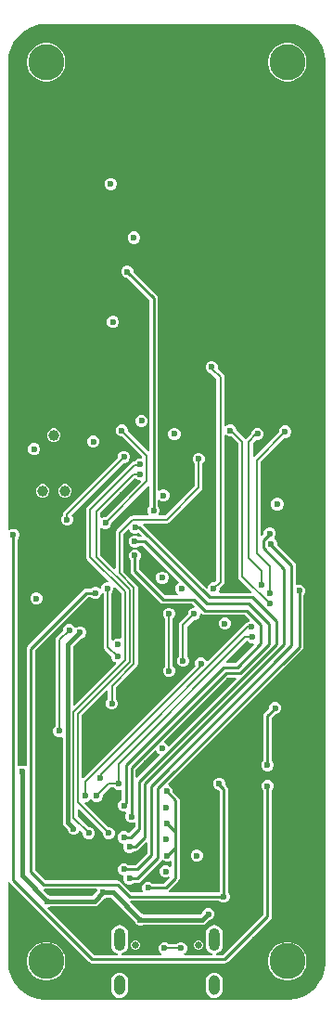
<source format=gbr>
%TF.GenerationSoftware,Altium Limited,Altium Designer,24.3.1 (35)*%
G04 Layer_Physical_Order=4*
G04 Layer_Color=16711680*
%FSLAX45Y45*%
%MOMM*%
%TF.SameCoordinates,F890BB90-1D0F-4F84-9AE3-556F965AF49A*%
%TF.FilePolarity,Positive*%
%TF.FileFunction,Copper,L4,Bot,Signal*%
%TF.Part,Single*%
G01*
G75*
%TA.AperFunction,Conductor*%
%ADD44C,0.20000*%
%ADD45C,0.25000*%
%ADD46C,0.40000*%
%TA.AperFunction,WasherPad*%
%ADD48C,3.30000*%
%TA.AperFunction,ComponentPad*%
%ADD49C,0.65000*%
G04:AMPARAMS|DCode=50|XSize=1mm|YSize=2.1mm|CornerRadius=0.5mm|HoleSize=0mm|Usage=FLASHONLY|Rotation=0.000|XOffset=0mm|YOffset=0mm|HoleType=Round|Shape=RoundedRectangle|*
%AMROUNDEDRECTD50*
21,1,1.00000,1.10000,0,0,0.0*
21,1,0.00000,2.10000,0,0,0.0*
1,1,1.00000,0.00000,-0.55000*
1,1,1.00000,0.00000,-0.55000*
1,1,1.00000,0.00000,0.55000*
1,1,1.00000,0.00000,0.55000*
%
%ADD50ROUNDEDRECTD50*%
G04:AMPARAMS|DCode=51|XSize=1mm|YSize=1.8mm|CornerRadius=0.5mm|HoleSize=0mm|Usage=FLASHONLY|Rotation=0.000|XOffset=0mm|YOffset=0mm|HoleType=Round|Shape=RoundedRectangle|*
%AMROUNDEDRECTD51*
21,1,1.00000,0.80000,0,0,0.0*
21,1,0.00000,1.80000,0,0,0.0*
1,1,1.00000,0.00000,-0.40000*
1,1,1.00000,0.00000,-0.40000*
1,1,1.00000,0.00000,0.40000*
1,1,1.00000,0.00000,0.40000*
%
%ADD51ROUNDEDRECTD51*%
%ADD52C,1.00000*%
%TA.AperFunction,ViaPad*%
%ADD53C,0.60000*%
G36*
X6863219Y10796189D02*
X6883580Y10787755D01*
X6898751D01*
X6904012Y10775055D01*
X6584356Y10455400D01*
X6568980D01*
X6548619Y10446966D01*
X6547827Y10446174D01*
X6536093Y10451034D01*
Y10490028D01*
X6849551Y10803485D01*
X6855923D01*
X6863219Y10796189D01*
D02*
G37*
G36*
X6981358Y10733720D02*
Y10549705D01*
X6973034Y10541382D01*
X6964600Y10521020D01*
Y10498980D01*
X6973034Y10478619D01*
X6973826Y10477827D01*
X6968965Y10466094D01*
X6831044D01*
X6817232Y10463346D01*
X6805522Y10455522D01*
X6684478Y10334478D01*
X6676654Y10322769D01*
X6673907Y10308956D01*
Y9983731D01*
X6662173Y9978871D01*
X6536093Y10104951D01*
Y10348966D01*
X6547827Y10353826D01*
X6548619Y10353034D01*
X6568980Y10344600D01*
X6591020D01*
X6611381Y10353034D01*
X6626966Y10368619D01*
X6635400Y10388980D01*
Y10404356D01*
X6969624Y10738581D01*
X6981358Y10733720D01*
D02*
G37*
G36*
X6801600Y10334579D02*
X6804801Y10326852D01*
X6820385Y10311268D01*
X6840747Y10302834D01*
X6862786D01*
X6883148Y10311268D01*
X6883515Y10311635D01*
X6913529Y10281620D01*
X6908669Y10269887D01*
X6888460D01*
X6881381Y10276966D01*
X6861020Y10285400D01*
X6838980D01*
X6818619Y10276966D01*
X6803034Y10261382D01*
X6794600Y10241020D01*
Y10218980D01*
X6803034Y10198619D01*
X6818619Y10183034D01*
X6838980Y10174600D01*
X6861020D01*
X6881381Y10183034D01*
X6890950Y10192602D01*
X6922749D01*
X7253262Y9862090D01*
X7250784Y9849634D01*
X7243106Y9846453D01*
X7227522Y9830869D01*
X7219088Y9810507D01*
Y9788468D01*
X7227522Y9768106D01*
X7243106Y9752522D01*
X7245953Y9751342D01*
X7243427Y9738642D01*
X7126006D01*
X6888642Y9976006D01*
Y10060295D01*
X6896966Y10068619D01*
X6905400Y10088980D01*
Y10111020D01*
X6896966Y10131382D01*
X6881381Y10146966D01*
X6861020Y10155400D01*
X6838980D01*
X6818619Y10146966D01*
X6803034Y10131382D01*
X6794600Y10111020D01*
Y10088980D01*
X6803034Y10068619D01*
X6811358Y10060295D01*
Y9960000D01*
X6814299Y9945212D01*
X6822676Y9932676D01*
X7082676Y9672676D01*
X7095212Y9664299D01*
X7110000Y9661358D01*
X7373994D01*
X7397252Y9638100D01*
X7391991Y9625400D01*
X7378980D01*
X7358619Y9616966D01*
X7343034Y9601381D01*
X7334600Y9581020D01*
Y9565644D01*
X7264478Y9495522D01*
X7256654Y9483812D01*
X7253906Y9470000D01*
Y9182254D01*
X7243034Y9171381D01*
X7234600Y9151020D01*
Y9128980D01*
X7243034Y9108619D01*
X7258618Y9093034D01*
X7278980Y9084600D01*
X7301020D01*
X7321381Y9093034D01*
X7336966Y9108619D01*
X7345400Y9128980D01*
Y9151020D01*
X7336966Y9171381D01*
X7326093Y9182254D01*
Y9455049D01*
X7385644Y9514600D01*
X7401020D01*
X7421381Y9523034D01*
X7436966Y9538618D01*
X7445400Y9558980D01*
Y9571991D01*
X7458100Y9577252D01*
X7462676Y9572676D01*
X7475212Y9564299D01*
X7490000Y9561358D01*
X7490001Y9561358D01*
X7851815D01*
X7897092Y9516081D01*
X7894112Y9501100D01*
X7884710Y9497206D01*
X7872248Y9484744D01*
X7866428Y9483586D01*
X7854718Y9475762D01*
X7516378Y9137422D01*
X7503922Y9139899D01*
X7500721Y9147626D01*
X7485137Y9163211D01*
X7464775Y9171645D01*
X7442735D01*
X7422374Y9163211D01*
X7406789Y9147626D01*
X7398355Y9127264D01*
Y9105225D01*
X7402991Y9094034D01*
X6378793Y8069837D01*
X6366093Y8075098D01*
Y8645050D01*
X6592173Y8871129D01*
X6603907Y8866269D01*
Y8792254D01*
X6593034Y8781381D01*
X6584600Y8761020D01*
Y8738980D01*
X6593034Y8718619D01*
X6608618Y8703034D01*
X6628980Y8694600D01*
X6651020D01*
X6671381Y8703034D01*
X6686966Y8718619D01*
X6695400Y8738980D01*
Y8761020D01*
X6686966Y8781381D01*
X6676093Y8792254D01*
Y8895050D01*
X6865522Y9084478D01*
X6873346Y9096188D01*
X6876093Y9110000D01*
Y9810000D01*
X6873346Y9823812D01*
X6865522Y9835522D01*
X6746093Y9954950D01*
Y10294006D01*
X6789144Y10337057D01*
X6801600Y10334579D01*
D02*
G37*
G36*
X7688619Y11193034D02*
X7708980Y11184600D01*
X7731020D01*
X7731398Y11184757D01*
X7793907Y11122248D01*
Y9909173D01*
X7796654Y9895361D01*
X7804478Y9883651D01*
X7916787Y9771342D01*
X7911526Y9758642D01*
X7623583D01*
X7618094Y9771343D01*
X7625400Y9788980D01*
Y9804356D01*
X7655522Y9834478D01*
X7663346Y9846188D01*
X7666094Y9860000D01*
X7666093Y9860001D01*
Y11197599D01*
X7678793Y11202859D01*
X7688619Y11193034D01*
D02*
G37*
G36*
X6563907Y9752766D02*
Y9270000D01*
X6566654Y9256188D01*
X6574478Y9244478D01*
X6634600Y9184356D01*
Y9168980D01*
X6643034Y9148618D01*
X6658619Y9133034D01*
X6673051Y9127056D01*
X6676823Y9112867D01*
X6298023Y8734067D01*
X6286289Y8738927D01*
Y9270826D01*
X6360063Y9344600D01*
X6361020D01*
X6381381Y9353034D01*
X6396966Y9368619D01*
X6405400Y9388980D01*
Y9411020D01*
X6396966Y9431381D01*
X6381381Y9446966D01*
X6361020Y9455400D01*
X6338980D01*
X6318619Y9446966D01*
X6312683Y9441030D01*
X6300227Y9443508D01*
X6296966Y9451381D01*
X6281381Y9466966D01*
X6261020Y9475400D01*
X6238980D01*
X6218618Y9466966D01*
X6203034Y9451381D01*
X6194600Y9431020D01*
Y9415644D01*
X6134478Y9355522D01*
X6126654Y9343812D01*
X6123907Y9330000D01*
Y8542254D01*
X6113034Y8531381D01*
X6104600Y8511020D01*
Y8488980D01*
X6113034Y8468619D01*
X6128619Y8453034D01*
X6148980Y8444600D01*
X6171020D01*
X6181010Y8448738D01*
X6193710Y8440252D01*
Y7665413D01*
X6193710Y7665412D01*
X6197234Y7647698D01*
X6207268Y7632680D01*
X6234600Y7605349D01*
Y7598980D01*
X6243034Y7578619D01*
X6258619Y7563034D01*
X6278980Y7554600D01*
X6301020D01*
X6321382Y7563034D01*
X6336966Y7578619D01*
X6341480Y7589516D01*
X6356461Y7592496D01*
X6374600Y7574356D01*
Y7558980D01*
X6383034Y7538619D01*
X6398619Y7523034D01*
X6418980Y7514600D01*
X6441020D01*
X6461382Y7523034D01*
X6476966Y7538619D01*
X6485400Y7558980D01*
Y7581020D01*
X6476966Y7601382D01*
X6461382Y7616966D01*
X6441020Y7625400D01*
X6425644D01*
X6326094Y7724951D01*
Y7786269D01*
X6337827Y7791129D01*
X6554600Y7574356D01*
Y7558980D01*
X6563034Y7538619D01*
X6578619Y7523034D01*
X6598980Y7514600D01*
X6621020D01*
X6641381Y7523034D01*
X6656966Y7538619D01*
X6665400Y7558980D01*
Y7581020D01*
X6656966Y7601382D01*
X6641381Y7616966D01*
X6621020Y7625400D01*
X6605644D01*
X6389144Y7841900D01*
X6394405Y7854600D01*
X6411020D01*
X6431381Y7863034D01*
X6441703Y7873356D01*
X6450000Y7877209D01*
X6458297Y7873356D01*
X6468619Y7863034D01*
X6488980Y7854600D01*
X6511020D01*
X6531381Y7863034D01*
X6546966Y7878618D01*
X6555400Y7898980D01*
Y7914356D01*
X6624950Y7983907D01*
X6657746D01*
X6668619Y7973034D01*
X6688980Y7964600D01*
X6711020D01*
X6720798Y7968650D01*
X6731358Y7961594D01*
Y7872243D01*
X6718619Y7866966D01*
X6703034Y7851382D01*
X6694600Y7831020D01*
Y7808980D01*
X6703034Y7788619D01*
X6718619Y7773034D01*
X6738980Y7764600D01*
X6761019D01*
X6772930Y7755787D01*
X6773334Y7751681D01*
X6773034Y7751382D01*
X6764600Y7731020D01*
Y7708980D01*
X6773034Y7688619D01*
X6788619Y7673034D01*
X6808980Y7664600D01*
X6831020D01*
X6840798Y7668650D01*
X6851358Y7661595D01*
Y7623517D01*
X6796483Y7568642D01*
X6789705D01*
X6781381Y7576966D01*
X6761020Y7585400D01*
X6738980D01*
X6718619Y7576966D01*
X6703034Y7561382D01*
X6694600Y7541020D01*
Y7518980D01*
X6703034Y7498619D01*
X6718619Y7483034D01*
X6738980Y7474600D01*
X6741089D01*
X6748145Y7464040D01*
X6744600Y7455482D01*
Y7433442D01*
X6753034Y7413080D01*
X6768619Y7397496D01*
X6788980Y7389062D01*
X6811020D01*
X6831382Y7397496D01*
X6839705Y7405820D01*
X6854462D01*
X6869250Y7408761D01*
X6881786Y7417138D01*
X6949624Y7484976D01*
X6961358Y7480116D01*
Y7386006D01*
X6855468Y7280117D01*
X6788230D01*
X6781381Y7286966D01*
X6761020Y7295400D01*
X6738980D01*
X6718619Y7286966D01*
X6703034Y7271381D01*
X6694600Y7251020D01*
Y7228980D01*
X6703034Y7208619D01*
X6718619Y7193034D01*
X6738980Y7184600D01*
X6741089D01*
X6748145Y7174040D01*
X6744600Y7165481D01*
Y7143442D01*
X6753034Y7123080D01*
X6768619Y7107496D01*
X6788980Y7099062D01*
X6811020D01*
X6831382Y7107496D01*
X6839705Y7115819D01*
X6874462D01*
X6889250Y7118761D01*
X6901786Y7127137D01*
X7087324Y7312676D01*
X7092809Y7320884D01*
X7105576Y7323766D01*
X7108283Y7323369D01*
X7113618Y7318034D01*
X7133980Y7309600D01*
X7156020D01*
X7168657Y7314835D01*
X7181358Y7306417D01*
Y7264950D01*
X7168658Y7259690D01*
X7161381Y7266966D01*
X7141020Y7275400D01*
X7118980D01*
X7098619Y7266966D01*
X7083034Y7251381D01*
X7074600Y7231020D01*
Y7208980D01*
X7083034Y7188619D01*
X7098619Y7173034D01*
X7118980Y7164600D01*
X7141020D01*
X7161381Y7173034D01*
X7168729Y7163378D01*
X7113994Y7108642D01*
X7009705D01*
X7001381Y7116966D01*
X6981020Y7125400D01*
X6958980D01*
X6938619Y7116966D01*
X6923034Y7101382D01*
X6914600Y7081020D01*
Y7058980D01*
X6921906Y7041343D01*
X6916417Y7028642D01*
X6816006D01*
X6717324Y7127324D01*
X6704788Y7135701D01*
X6690000Y7138642D01*
X6036006D01*
X5938642Y7236007D01*
Y9233993D01*
X6426006Y9721358D01*
X6450295D01*
X6458619Y9713034D01*
X6478980Y9704600D01*
X6501020D01*
X6521381Y9713034D01*
X6536966Y9728619D01*
X6545400Y9748980D01*
Y9750891D01*
X6558100Y9757185D01*
X6563907Y9752766D01*
D02*
G37*
G36*
X6723907Y9755050D02*
Y9349666D01*
X6711206Y9341180D01*
X6701020Y9345400D01*
X6678980D01*
X6658619Y9336966D01*
X6648793Y9327141D01*
X6636093Y9332401D01*
Y9757746D01*
X6646966Y9768619D01*
X6655400Y9788980D01*
Y9805596D01*
X6668100Y9810856D01*
X6723907Y9755050D01*
D02*
G37*
G36*
X7889863Y9311789D02*
X7910225Y9303355D01*
X7930746D01*
X7933846Y9299414D01*
X7936973Y9291622D01*
X7766406Y9121055D01*
X7688692D01*
X7683832Y9132788D01*
X7872524Y9321480D01*
X7880172D01*
X7889863Y9311789D01*
D02*
G37*
G36*
X7775376Y8977525D02*
X7160322Y8362471D01*
X7147866Y8364948D01*
X7143953Y8374394D01*
X7128369Y8389978D01*
X7120021Y8393436D01*
X7117041Y8408417D01*
X7697881Y8989258D01*
X7770516D01*
X7775376Y8977525D01*
D02*
G37*
G36*
X7046564Y8319979D02*
X7050022Y8311631D01*
X7065606Y8296047D01*
X7075052Y8292134D01*
X7077529Y8279678D01*
X6871342Y8073491D01*
X6858642Y8078752D01*
Y8150019D01*
X7031583Y8322959D01*
X7046564Y8319979D01*
D02*
G37*
G36*
X6508650Y7050798D02*
X6504600Y7041020D01*
Y7040063D01*
X6460826Y6996290D01*
X6082058D01*
X6081382Y6996966D01*
X6061020Y7005400D01*
X6060063D01*
X6016324Y7049140D01*
X6018518Y7056431D01*
X6022066Y7061358D01*
X6501595D01*
X6508650Y7050798D01*
D02*
G37*
G36*
X8240000Y14949020D02*
X8262876D01*
X8308237Y14943050D01*
X8352429Y14931207D01*
X8394699Y14913699D01*
X8434323Y14890823D01*
X8470620Y14862971D01*
X8502971Y14830620D01*
X8530823Y14794324D01*
X8553699Y14754700D01*
X8571208Y14712430D01*
X8583049Y14668237D01*
X8589021Y14622874D01*
X8589022Y14600000D01*
X8589021Y6400000D01*
Y6377124D01*
X8583049Y6331762D01*
X8571208Y6287571D01*
X8553699Y6245301D01*
X8530823Y6205677D01*
X8502971Y6169380D01*
X8470620Y6137029D01*
X8434323Y6109177D01*
X8394699Y6086300D01*
X8352430Y6068792D01*
X8308237Y6056950D01*
X8262876Y6050979D01*
X8240000Y6050978D01*
X6040000Y6050979D01*
X6017124D01*
X5971762Y6056950D01*
X5927571Y6068791D01*
X5885301Y6086301D01*
X5845677Y6109177D01*
X5809380Y6137029D01*
X5777029Y6169380D01*
X5749177Y6205677D01*
X5726300Y6245301D01*
X5708791Y6287570D01*
X5696950Y6331762D01*
X5690978Y6377124D01*
X5690978Y6400000D01*
Y7127084D01*
X5703678Y7128335D01*
X5704299Y7125213D01*
X5712676Y7112676D01*
X6432676Y6392676D01*
X6445212Y6384299D01*
X6460000Y6381358D01*
X7670000D01*
X7684788Y6384299D01*
X7697324Y6392676D01*
X8087324Y6782676D01*
X8095701Y6795212D01*
X8098642Y6810000D01*
X8098642Y6810001D01*
Y7960295D01*
X8106966Y7968619D01*
X8115400Y7988980D01*
Y8011020D01*
X8106966Y8031381D01*
X8091381Y8046966D01*
X8071020Y8055400D01*
X8048980D01*
X8028618Y8046966D01*
X8013034Y8031381D01*
X8004600Y8011020D01*
Y7988980D01*
X8013034Y7968619D01*
X8021358Y7960295D01*
Y6826006D01*
X7653994Y6458642D01*
X7593011D01*
X7592179Y6471342D01*
X7593683Y6471541D01*
X7612025Y6479138D01*
X7627776Y6491224D01*
X7639862Y6506975D01*
X7647459Y6525316D01*
X7650050Y6545000D01*
Y6655000D01*
X7647459Y6674684D01*
X7639862Y6693025D01*
X7627776Y6708776D01*
X7612025Y6720862D01*
X7593683Y6728459D01*
X7574000Y6731051D01*
X7554316Y6728459D01*
X7535975Y6720862D01*
X7520224Y6708776D01*
X7508138Y6693025D01*
X7500540Y6674684D01*
X7497949Y6655000D01*
Y6545000D01*
X7500540Y6525316D01*
X7508138Y6506975D01*
X7520224Y6491224D01*
X7535975Y6479138D01*
X7554316Y6471541D01*
X7555821Y6471342D01*
X7554989Y6458642D01*
X7299824D01*
X7297298Y6471342D01*
X7301381Y6473034D01*
X7316966Y6488618D01*
X7325400Y6508980D01*
Y6531020D01*
X7316966Y6551381D01*
X7301381Y6566966D01*
X7281020Y6575400D01*
X7258980D01*
X7238618Y6566966D01*
X7227746Y6556093D01*
X7162254D01*
X7151381Y6566966D01*
X7131020Y6575400D01*
X7108980D01*
X7088619Y6566966D01*
X7073034Y6551381D01*
X7064600Y6531020D01*
Y6508980D01*
X7073034Y6488618D01*
X7088619Y6473034D01*
X7092702Y6471342D01*
X7090176Y6458642D01*
X6729011D01*
X6728179Y6471342D01*
X6729684Y6471541D01*
X6748025Y6479138D01*
X6763776Y6491224D01*
X6775862Y6506975D01*
X6783459Y6525316D01*
X6786051Y6545000D01*
Y6655000D01*
X6783459Y6674684D01*
X6775862Y6693025D01*
X6763776Y6708776D01*
X6748025Y6720862D01*
X6729684Y6728459D01*
X6710000Y6731051D01*
X6690317Y6728459D01*
X6671975Y6720862D01*
X6656224Y6708776D01*
X6644138Y6693025D01*
X6636541Y6674684D01*
X6633949Y6655000D01*
Y6545000D01*
X6636541Y6525316D01*
X6644138Y6506975D01*
X6656224Y6491224D01*
X6671975Y6479138D01*
X6690317Y6471541D01*
X6691821Y6471342D01*
X6690989Y6458642D01*
X6476007D01*
X6051782Y6882867D01*
X6056642Y6894600D01*
X6061020D01*
X6081382Y6903034D01*
X6082058Y6903711D01*
X6479999D01*
X6480000Y6903710D01*
X6497714Y6907234D01*
X6512732Y6917268D01*
X6570063Y6974600D01*
X6571020D01*
X6591382Y6983034D01*
X6592058Y6983710D01*
X6630826D01*
X6844600Y6769937D01*
Y6768980D01*
X6853034Y6748618D01*
X6868618Y6733034D01*
X6888980Y6724600D01*
X6911020D01*
X6931381Y6733034D01*
X6932058Y6733710D01*
X7464587D01*
X7464588Y6733710D01*
X7482302Y6737234D01*
X7497320Y6747268D01*
X7524651Y6774600D01*
X7531020D01*
X7551381Y6783034D01*
X7566966Y6798619D01*
X7575400Y6818980D01*
Y6841020D01*
X7566966Y6861382D01*
X7551381Y6876966D01*
X7531020Y6885400D01*
X7508980D01*
X7488618Y6876966D01*
X7473034Y6861382D01*
X7467751Y6848626D01*
X7445414Y6826289D01*
X6932058D01*
X6931381Y6826966D01*
X6911020Y6835400D01*
X6910063D01*
X6806806Y6938658D01*
X6812066Y6951358D01*
X7620295D01*
X7628618Y6943034D01*
X7648980Y6934600D01*
X7671020D01*
X7691381Y6943034D01*
X7706966Y6958619D01*
X7715400Y6978980D01*
Y7001020D01*
X7706966Y7021381D01*
X7698642Y7029705D01*
Y7970529D01*
X7695701Y7985317D01*
X7687324Y7997853D01*
X7687323Y7997854D01*
X7675400Y8009777D01*
Y8031020D01*
X7666966Y8051381D01*
X7651381Y8066966D01*
X7631020Y8075400D01*
X7608980D01*
X7588619Y8066966D01*
X7573034Y8051381D01*
X7564600Y8031020D01*
Y8008980D01*
X7573034Y7988619D01*
X7588619Y7973034D01*
X7608980Y7964600D01*
X7611280D01*
X7621358Y7954523D01*
Y7029705D01*
X7620295Y7028642D01*
X7159181D01*
X7155329Y7041342D01*
X7157324Y7042676D01*
X7247324Y7132675D01*
X7247324Y7132676D01*
X7255701Y7145213D01*
X7258643Y7160000D01*
X7258642Y7160001D01*
Y7440000D01*
Y7579998D01*
X7258643Y7580000D01*
X7258642Y7580001D01*
Y7870000D01*
X7255701Y7884788D01*
X7247324Y7897324D01*
X7195400Y7949249D01*
Y7961020D01*
X7186966Y7981382D01*
X7171381Y7996966D01*
X7155962Y8003353D01*
X7151782Y8017133D01*
X8377324Y9242676D01*
X8385701Y9255212D01*
X8388642Y9270000D01*
Y9740295D01*
X8396966Y9748619D01*
X8405400Y9768980D01*
Y9791020D01*
X8396966Y9811381D01*
X8381382Y9826966D01*
X8361020Y9835400D01*
X8338980D01*
X8329202Y9831350D01*
X8318642Y9838406D01*
Y10007099D01*
X8318642Y10007100D01*
X8315701Y10021887D01*
X8307324Y10034424D01*
X8146962Y10194786D01*
Y10215482D01*
X8138528Y10235844D01*
X8122944Y10251428D01*
X8120759Y10262412D01*
X8128528Y10270181D01*
X8136962Y10290543D01*
Y10312582D01*
X8128528Y10332944D01*
X8112944Y10348528D01*
X8092582Y10356962D01*
X8070543D01*
X8050181Y10348528D01*
X8034597Y10332944D01*
X8026163Y10312582D01*
Y10300811D01*
X8007827Y10282475D01*
X7996093Y10287336D01*
Y10955049D01*
X8215644Y11174600D01*
X8231020D01*
X8251382Y11183034D01*
X8266966Y11198618D01*
X8275400Y11218980D01*
Y11241020D01*
X8266966Y11261381D01*
X8251382Y11276966D01*
X8231020Y11285400D01*
X8208980D01*
X8188619Y11276966D01*
X8173034Y11261381D01*
X8164600Y11241020D01*
Y11225644D01*
X7938793Y10999837D01*
X7926093Y11005098D01*
Y11125873D01*
X7956038Y11155818D01*
X7958980Y11154600D01*
X7981020D01*
X8001382Y11163034D01*
X8016966Y11178618D01*
X8025400Y11198980D01*
Y11221020D01*
X8016966Y11241381D01*
X8001382Y11256966D01*
X7981020Y11265400D01*
X7958980D01*
X7938619Y11256966D01*
X7923034Y11241381D01*
X7914600Y11221020D01*
Y11216468D01*
X7866814Y11168681D01*
X7862759Y11166541D01*
X7850282Y11167960D01*
X7775400Y11242843D01*
Y11251020D01*
X7766966Y11271382D01*
X7751382Y11286966D01*
X7731020Y11295400D01*
X7708980D01*
X7688619Y11286966D01*
X7678793Y11277141D01*
X7666093Y11282401D01*
Y11729176D01*
X7663346Y11742988D01*
X7655522Y11754698D01*
X7604181Y11806038D01*
X7605400Y11808980D01*
Y11831020D01*
X7596966Y11851381D01*
X7581381Y11866966D01*
X7561020Y11875400D01*
X7538980D01*
X7518618Y11866966D01*
X7503034Y11851381D01*
X7494600Y11831020D01*
Y11808980D01*
X7503034Y11788619D01*
X7518618Y11773034D01*
X7538980Y11764600D01*
X7543532D01*
X7593907Y11714225D01*
Y9874950D01*
X7574356Y9855400D01*
X7558980D01*
X7538619Y9846966D01*
X7523034Y9831381D01*
X7514600Y9811020D01*
Y9806440D01*
X7502867Y9801580D01*
X6923240Y10381207D01*
X6927889Y10393907D01*
X7140000D01*
X7153812Y10396654D01*
X7165522Y10404478D01*
X7456767Y10695723D01*
X7464591Y10707432D01*
X7467338Y10721245D01*
X7467338Y10721246D01*
Y10938991D01*
X7478211Y10949863D01*
X7486645Y10970225D01*
Y10992264D01*
X7478211Y11012626D01*
X7462626Y11028210D01*
X7442265Y11036644D01*
X7420225D01*
X7399863Y11028210D01*
X7384279Y11012626D01*
X7375845Y10992264D01*
Y10970225D01*
X7384279Y10949863D01*
X7395151Y10938991D01*
Y10736195D01*
X7125050Y10466094D01*
X7071034D01*
X7066174Y10477827D01*
X7066966Y10478619D01*
X7075400Y10498980D01*
Y10521020D01*
X7066966Y10541382D01*
X7058642Y10549705D01*
Y10605050D01*
X7071342Y10610311D01*
X7078619Y10603034D01*
X7098980Y10594600D01*
X7121020D01*
X7141381Y10603034D01*
X7156966Y10618619D01*
X7165400Y10638980D01*
Y10661020D01*
X7156966Y10681381D01*
X7141381Y10696966D01*
X7121020Y10705400D01*
X7098980D01*
X7078619Y10696966D01*
X7071342Y10689690D01*
X7058642Y10694950D01*
Y12450000D01*
X7055701Y12464788D01*
X7047324Y12477324D01*
X6835400Y12689249D01*
Y12701020D01*
X6826966Y12721381D01*
X6811381Y12736966D01*
X6791020Y12745400D01*
X6768980D01*
X6748618Y12736966D01*
X6733034Y12721381D01*
X6724600Y12701020D01*
Y12678980D01*
X6733034Y12658619D01*
X6748618Y12643034D01*
X6768980Y12634600D01*
X6780751D01*
X6981358Y12433994D01*
Y11056280D01*
X6969624Y11051420D01*
X6785400Y11235644D01*
Y11251020D01*
X6776966Y11271382D01*
X6761381Y11286966D01*
X6741020Y11295400D01*
X6718980D01*
X6698619Y11286966D01*
X6683034Y11271382D01*
X6674600Y11251020D01*
Y11228980D01*
X6683034Y11208619D01*
X6698619Y11193034D01*
X6718980Y11184600D01*
X6734356D01*
X6917010Y11001946D01*
X6916549Y10996719D01*
X6905620Y10987500D01*
X6883580D01*
X6863219Y10979066D01*
X6847634Y10963482D01*
X6846416Y10960540D01*
X6844447D01*
X6830634Y10957792D01*
X6818925Y10949968D01*
X6414478Y10545522D01*
X6406654Y10533812D01*
X6403907Y10520000D01*
Y10090000D01*
X6406654Y10076188D01*
X6414478Y10064478D01*
X6610856Y9868100D01*
X6605596Y9855400D01*
X6588980D01*
X6568619Y9846966D01*
X6553034Y9831381D01*
X6544600Y9811020D01*
Y9801708D01*
X6531900Y9796447D01*
X6521381Y9806966D01*
X6501020Y9815400D01*
X6478980D01*
X6458619Y9806966D01*
X6450295Y9798642D01*
X6410000D01*
X6395212Y9795701D01*
X6382676Y9787324D01*
X5872676Y9277324D01*
X5864299Y9264788D01*
X5861358Y9250000D01*
Y8183583D01*
X5848657Y8178094D01*
X5831020Y8185400D01*
X5808980D01*
X5791342Y8178094D01*
X5778642Y8183583D01*
Y10250295D01*
X5786966Y10258619D01*
X5795400Y10278980D01*
Y10301020D01*
X5786966Y10321381D01*
X5771381Y10336966D01*
X5751020Y10345400D01*
X5728980D01*
X5708619Y10336966D01*
X5703678Y10332025D01*
X5690978Y10337286D01*
X5690977Y14600000D01*
Y14622876D01*
X5696949Y14668237D01*
X5708790Y14712428D01*
X5726299Y14754700D01*
X5749176Y14794324D01*
X5777028Y14830620D01*
X5809378Y14862971D01*
X5845676Y14890823D01*
X5885299Y14913699D01*
X5927569Y14931207D01*
X5971761Y14943050D01*
X6017123Y14949020D01*
X6039999Y14949022D01*
X8240000Y14949020D01*
D02*
G37*
%LPC*%
G36*
X7111020Y9955400D02*
X7088980D01*
X7068619Y9946966D01*
X7053034Y9931381D01*
X7044600Y9911020D01*
Y9888980D01*
X7053034Y9868619D01*
X7068619Y9853034D01*
X7088980Y9844600D01*
X7111020D01*
X7131381Y9853034D01*
X7146966Y9868619D01*
X7155400Y9888980D01*
Y9911020D01*
X7146966Y9931381D01*
X7131381Y9946966D01*
X7111020Y9955400D01*
D02*
G37*
G36*
X7681020Y9535400D02*
X7658980D01*
X7638618Y9526966D01*
X7623034Y9511382D01*
X7614600Y9491020D01*
Y9468980D01*
X7623034Y9448619D01*
X7638618Y9433034D01*
X7658980Y9424600D01*
X7681020D01*
X7701381Y9433034D01*
X7716966Y9448619D01*
X7725400Y9468980D01*
Y9491020D01*
X7716966Y9511382D01*
X7701381Y9526966D01*
X7681020Y9535400D01*
D02*
G37*
G36*
X7171020Y9625400D02*
X7148980D01*
X7128618Y9616966D01*
X7113034Y9601381D01*
X7104600Y9581020D01*
Y9558980D01*
X7113034Y9538618D01*
X7123907Y9527746D01*
Y9092254D01*
X7113034Y9081381D01*
X7104600Y9061020D01*
Y9038980D01*
X7113034Y9018618D01*
X7128618Y9003034D01*
X7148980Y8994600D01*
X7171020D01*
X7191381Y9003034D01*
X7206966Y9018618D01*
X7215400Y9038980D01*
Y9061020D01*
X7206966Y9081381D01*
X7196093Y9092254D01*
Y9527746D01*
X7206966Y9538618D01*
X7215400Y9558980D01*
Y9581020D01*
X7206966Y9601381D01*
X7191381Y9616966D01*
X7171020Y9625400D01*
D02*
G37*
G36*
X8257236Y14775000D02*
X8222764D01*
X8188954Y14768275D01*
X8157106Y14755083D01*
X8128444Y14735931D01*
X8104069Y14711555D01*
X8084917Y14682893D01*
X8071725Y14651047D01*
X8065000Y14617236D01*
Y14582764D01*
X8071725Y14548953D01*
X8084917Y14517107D01*
X8104069Y14488445D01*
X8128444Y14464069D01*
X8157106Y14444917D01*
X8188954Y14431725D01*
X8222764Y14425000D01*
X8257236D01*
X8291046Y14431725D01*
X8322894Y14444917D01*
X8351556Y14464069D01*
X8375931Y14488445D01*
X8395083Y14517107D01*
X8408275Y14548953D01*
X8415000Y14582764D01*
Y14617236D01*
X8408275Y14651047D01*
X8395083Y14682893D01*
X8375931Y14711555D01*
X8351556Y14735931D01*
X8322894Y14755083D01*
X8291046Y14768275D01*
X8257236Y14775000D01*
D02*
G37*
G36*
X6057235D02*
X6022763D01*
X5988953Y14768275D01*
X5957105Y14755083D01*
X5928443Y14735931D01*
X5904067Y14711555D01*
X5884916Y14682893D01*
X5871724Y14651047D01*
X5864999Y14617236D01*
Y14582764D01*
X5871724Y14548953D01*
X5884916Y14517107D01*
X5904067Y14488445D01*
X5928443Y14464069D01*
X5957105Y14444917D01*
X5988953Y14431725D01*
X6022763Y14425000D01*
X6057235D01*
X6091044Y14431725D01*
X6122892Y14444917D01*
X6151555Y14464069D01*
X6175930Y14488445D01*
X6195082Y14517107D01*
X6208273Y14548953D01*
X6214998Y14582764D01*
Y14617236D01*
X6208273Y14651047D01*
X6195082Y14682893D01*
X6175930Y14711555D01*
X6151555Y14735931D01*
X6122892Y14755083D01*
X6091044Y14768275D01*
X6057235Y14775000D01*
D02*
G37*
G36*
X6641020Y13545399D02*
X6618980D01*
X6598619Y13536966D01*
X6583034Y13521381D01*
X6574600Y13501019D01*
Y13478979D01*
X6583034Y13458618D01*
X6598619Y13443034D01*
X6618980Y13434599D01*
X6641020D01*
X6661381Y13443034D01*
X6676966Y13458618D01*
X6685400Y13478979D01*
Y13501019D01*
X6676966Y13521381D01*
X6661381Y13536966D01*
X6641020Y13545399D01*
D02*
G37*
G36*
X6851020Y13055400D02*
X6828980D01*
X6808619Y13046967D01*
X6793034Y13031381D01*
X6784600Y13011020D01*
Y12988980D01*
X6793034Y12968617D01*
X6808619Y12953033D01*
X6828980Y12944600D01*
X6851020D01*
X6871381Y12953033D01*
X6886966Y12968617D01*
X6895400Y12988980D01*
Y13011020D01*
X6886966Y13031381D01*
X6871381Y13046967D01*
X6851020Y13055400D01*
D02*
G37*
G36*
X6661020Y12285400D02*
X6638980D01*
X6618618Y12276966D01*
X6603034Y12261381D01*
X6594600Y12241020D01*
Y12218980D01*
X6603034Y12198618D01*
X6618618Y12183034D01*
X6638980Y12174600D01*
X6661020D01*
X6681381Y12183034D01*
X6696966Y12198618D01*
X6705400Y12218980D01*
Y12241020D01*
X6696966Y12261381D01*
X6681381Y12276966D01*
X6661020Y12285400D01*
D02*
G37*
G36*
X6921020Y11385400D02*
X6898980D01*
X6878618Y11376966D01*
X6863034Y11361381D01*
X6854600Y11341020D01*
Y11318980D01*
X6863034Y11298618D01*
X6878618Y11283034D01*
X6898980Y11274600D01*
X6921020D01*
X6941381Y11283034D01*
X6956966Y11298618D01*
X6965400Y11318980D01*
Y11341020D01*
X6956966Y11361381D01*
X6941381Y11376966D01*
X6921020Y11385400D01*
D02*
G37*
G36*
X7221020Y11265400D02*
X7198980D01*
X7178619Y11256966D01*
X7163034Y11241381D01*
X7154600Y11221020D01*
Y11198980D01*
X7163034Y11178618D01*
X7178619Y11163034D01*
X7198980Y11154600D01*
X7221020D01*
X7241382Y11163034D01*
X7256966Y11178618D01*
X7265400Y11198980D01*
Y11221020D01*
X7256966Y11241381D01*
X7241382Y11256966D01*
X7221020Y11265400D01*
D02*
G37*
G36*
X6121935Y11260000D02*
X6098065D01*
X6076013Y11250865D01*
X6059134Y11233987D01*
X6050000Y11211935D01*
Y11188065D01*
X6059134Y11166013D01*
X6076013Y11149134D01*
X6098065Y11140000D01*
X6121935D01*
X6143987Y11149134D01*
X6160866Y11166013D01*
X6170000Y11188065D01*
Y11211935D01*
X6160866Y11233987D01*
X6143987Y11250865D01*
X6121935Y11260000D01*
D02*
G37*
G36*
X6481020Y11195400D02*
X6458980D01*
X6438619Y11186966D01*
X6423034Y11171382D01*
X6414600Y11151020D01*
Y11128980D01*
X6423034Y11108619D01*
X6438619Y11093034D01*
X6458980Y11084600D01*
X6481020D01*
X6501381Y11093034D01*
X6516966Y11108619D01*
X6525400Y11128980D01*
Y11151020D01*
X6516966Y11171382D01*
X6501381Y11186966D01*
X6481020Y11195400D01*
D02*
G37*
G36*
X5941020Y11125400D02*
X5918980D01*
X5898619Y11116966D01*
X5883034Y11101381D01*
X5874600Y11081020D01*
Y11058980D01*
X5883034Y11038619D01*
X5898619Y11023034D01*
X5918980Y11014600D01*
X5941020D01*
X5961382Y11023034D01*
X5976966Y11038619D01*
X5985400Y11058980D01*
Y11081020D01*
X5976966Y11101381D01*
X5961382Y11116966D01*
X5941020Y11125400D01*
D02*
G37*
G36*
X6223435Y10752000D02*
X6199565D01*
X6177513Y10742865D01*
X6160634Y10725987D01*
X6151500Y10703935D01*
Y10680065D01*
X6160634Y10658013D01*
X6177513Y10641134D01*
X6199565Y10632000D01*
X6223435D01*
X6245487Y10641134D01*
X6262365Y10658013D01*
X6271500Y10680065D01*
Y10703935D01*
X6262365Y10725987D01*
X6245487Y10742865D01*
X6223435Y10752000D01*
D02*
G37*
G36*
X6020435D02*
X5996565D01*
X5974513Y10742865D01*
X5957635Y10725987D01*
X5948500Y10703935D01*
Y10680065D01*
X5957635Y10658013D01*
X5974513Y10641134D01*
X5996565Y10632000D01*
X6020435D01*
X6042487Y10641134D01*
X6059366Y10658013D01*
X6068500Y10680065D01*
Y10703935D01*
X6059366Y10725987D01*
X6042487Y10742865D01*
X6020435Y10752000D01*
D02*
G37*
G36*
X8161020Y10625400D02*
X8138980D01*
X8118619Y10616966D01*
X8103034Y10601382D01*
X8094600Y10581020D01*
Y10558980D01*
X8103034Y10538619D01*
X8118619Y10523034D01*
X8138980Y10514600D01*
X8161020D01*
X8181381Y10523034D01*
X8196966Y10538619D01*
X8205400Y10558980D01*
Y10581020D01*
X8196966Y10601382D01*
X8181381Y10616966D01*
X8161020Y10625400D01*
D02*
G37*
G36*
X6761020Y11055400D02*
X6738980D01*
X6718619Y11046966D01*
X6703034Y11031382D01*
X6694600Y11011020D01*
Y10995644D01*
X6204478Y10505522D01*
X6196654Y10493812D01*
X6193907Y10480000D01*
Y10472254D01*
X6183034Y10461381D01*
X6174600Y10441020D01*
Y10418980D01*
X6183034Y10398619D01*
X6198619Y10383034D01*
X6218980Y10374600D01*
X6241020D01*
X6261381Y10383034D01*
X6276966Y10398619D01*
X6285400Y10418980D01*
Y10441020D01*
X6276966Y10461381D01*
X6269695Y10468652D01*
X6745644Y10944600D01*
X6761020D01*
X6781381Y10953034D01*
X6796966Y10968619D01*
X6805400Y10988980D01*
Y11011020D01*
X6796966Y11031382D01*
X6781381Y11046966D01*
X6761020Y11055400D01*
D02*
G37*
G36*
X5961020Y9765400D02*
X5938980D01*
X5918619Y9756966D01*
X5903034Y9741381D01*
X5894600Y9721020D01*
Y9698980D01*
X5903034Y9678618D01*
X5918619Y9663034D01*
X5938980Y9654600D01*
X5961020D01*
X5981381Y9663034D01*
X5996966Y9678618D01*
X6005400Y9698980D01*
Y9721020D01*
X5996966Y9741381D01*
X5981381Y9756966D01*
X5961020Y9765400D01*
D02*
G37*
G36*
X8141020Y8765400D02*
X8118980D01*
X8098619Y8756966D01*
X8083034Y8741382D01*
X8074600Y8721020D01*
Y8709249D01*
X8032676Y8667324D01*
X8024299Y8654788D01*
X8021358Y8640000D01*
Y8229705D01*
X8013034Y8221381D01*
X8004600Y8201020D01*
Y8178980D01*
X8013034Y8158618D01*
X8028618Y8143034D01*
X8048980Y8134600D01*
X8071020D01*
X8091381Y8143034D01*
X8106966Y8158618D01*
X8115400Y8178980D01*
Y8201020D01*
X8106966Y8221381D01*
X8098642Y8229705D01*
Y8623994D01*
X8129248Y8654600D01*
X8141020D01*
X8161381Y8663034D01*
X8176966Y8678619D01*
X8185400Y8698980D01*
Y8721020D01*
X8176966Y8741382D01*
X8161381Y8756966D01*
X8141020Y8765400D01*
D02*
G37*
G36*
X7426020Y7420400D02*
X7403980D01*
X7383619Y7411966D01*
X7368034Y7396381D01*
X7359600Y7376020D01*
Y7353980D01*
X7368034Y7333619D01*
X7383619Y7318034D01*
X7403980Y7309600D01*
X7426020D01*
X7446382Y7318034D01*
X7461966Y7333619D01*
X7470400Y7353980D01*
Y7376020D01*
X7461966Y7396381D01*
X7446382Y7411966D01*
X7426020Y7420400D01*
D02*
G37*
G36*
X7439454Y6592500D02*
X7422546D01*
X7406925Y6586030D01*
X7394970Y6574074D01*
X7388500Y6558454D01*
Y6541546D01*
X7394970Y6525926D01*
X7406925Y6513970D01*
X7422546Y6507500D01*
X7439454D01*
X7455074Y6513970D01*
X7467030Y6525926D01*
X7473500Y6541546D01*
Y6558454D01*
X7467030Y6574074D01*
X7455074Y6586030D01*
X7439454Y6592500D01*
D02*
G37*
G36*
X6861454D02*
X6844546D01*
X6828926Y6586030D01*
X6816970Y6574074D01*
X6810500Y6558454D01*
Y6541546D01*
X6816970Y6525926D01*
X6828926Y6513970D01*
X6844546Y6507500D01*
X6861454D01*
X6877074Y6513970D01*
X6889030Y6525926D01*
X6895500Y6541546D01*
Y6558454D01*
X6889030Y6574074D01*
X6877074Y6586030D01*
X6861454Y6592500D01*
D02*
G37*
G36*
X8257236Y6575000D02*
X8222764D01*
X8188954Y6568275D01*
X8157106Y6555083D01*
X8128444Y6535931D01*
X8104069Y6511556D01*
X8084917Y6482894D01*
X8071725Y6451046D01*
X8065000Y6417236D01*
Y6382764D01*
X8071725Y6348954D01*
X8084917Y6317106D01*
X8104069Y6288444D01*
X8128444Y6264068D01*
X8157106Y6244917D01*
X8188954Y6231725D01*
X8222764Y6225000D01*
X8257236D01*
X8291046Y6231725D01*
X8322894Y6244917D01*
X8351556Y6264068D01*
X8375931Y6288444D01*
X8395083Y6317106D01*
X8408275Y6348954D01*
X8415000Y6382764D01*
Y6417236D01*
X8408275Y6451046D01*
X8395083Y6482894D01*
X8375931Y6511556D01*
X8351556Y6535931D01*
X8322894Y6555083D01*
X8291046Y6568275D01*
X8257236Y6575000D01*
D02*
G37*
G36*
X6057236D02*
X6022764D01*
X5988954Y6568275D01*
X5957106Y6555083D01*
X5928444Y6535931D01*
X5904068Y6511556D01*
X5884917Y6482894D01*
X5871725Y6451046D01*
X5865000Y6417236D01*
Y6382764D01*
X5871725Y6348954D01*
X5884917Y6317106D01*
X5904068Y6288444D01*
X5928444Y6264068D01*
X5957106Y6244917D01*
X5988954Y6231725D01*
X6022764Y6225000D01*
X6057236D01*
X6091045Y6231725D01*
X6122894Y6244917D01*
X6151556Y6264068D01*
X6175931Y6288444D01*
X6195083Y6317106D01*
X6208275Y6348954D01*
X6215000Y6382764D01*
Y6417236D01*
X6208275Y6451046D01*
X6195083Y6482894D01*
X6175931Y6511556D01*
X6151556Y6535931D01*
X6122894Y6555083D01*
X6091045Y6568275D01*
X6057236Y6575000D01*
D02*
G37*
G36*
X7574000Y6298051D02*
X7554316Y6295460D01*
X7535975Y6287862D01*
X7520224Y6275776D01*
X7508138Y6260026D01*
X7500540Y6241684D01*
X7497949Y6222000D01*
Y6142000D01*
X7500540Y6122317D01*
X7508138Y6103975D01*
X7520224Y6088225D01*
X7535975Y6076139D01*
X7554316Y6068541D01*
X7574000Y6065950D01*
X7593683Y6068541D01*
X7612025Y6076139D01*
X7627776Y6088225D01*
X7639862Y6103975D01*
X7647459Y6122317D01*
X7650050Y6142000D01*
Y6222000D01*
X7647459Y6241684D01*
X7639862Y6260026D01*
X7627776Y6275776D01*
X7612025Y6287862D01*
X7593683Y6295460D01*
X7574000Y6298051D01*
D02*
G37*
G36*
X6710000D02*
X6690317Y6295460D01*
X6671975Y6287862D01*
X6656224Y6275776D01*
X6644138Y6260026D01*
X6636541Y6241684D01*
X6633949Y6222000D01*
Y6142000D01*
X6636541Y6122317D01*
X6644138Y6103975D01*
X6656224Y6088225D01*
X6671975Y6076139D01*
X6690317Y6068541D01*
X6710000Y6065950D01*
X6729684Y6068541D01*
X6748025Y6076139D01*
X6763776Y6088225D01*
X6775862Y6103975D01*
X6783459Y6122317D01*
X6786051Y6142000D01*
Y6222000D01*
X6783459Y6241684D01*
X6775862Y6260026D01*
X6763776Y6275776D01*
X6748025Y6287862D01*
X6729684Y6295460D01*
X6710000Y6298051D01*
D02*
G37*
%LPD*%
D44*
Y9940000D02*
Y10308956D01*
X6831044Y10430000D02*
X7140000D01*
X6710000Y10308956D02*
X6831044Y10430000D01*
X6580000Y10400000D02*
X6960000Y10780000D01*
Y11010000D01*
X6500000Y10504978D02*
X6834600Y10839579D01*
X6886947Y10924447D02*
X6894600Y10932100D01*
X6891024Y10839579D02*
X6894600Y10843155D01*
X6730000Y11240000D02*
X6960000Y11010000D01*
X6834600Y10839579D02*
X6891024D01*
X6844447Y10924447D02*
X6886947D01*
X6440000Y10520000D02*
X6844447Y10924447D01*
X6230000Y10430000D02*
Y10480000D01*
X6750000Y11000000D01*
X7431245Y10721245D02*
Y10981244D01*
X7140000Y10430000D02*
X7431245Y10721245D01*
X7890000Y10080000D02*
X8010000Y9960000D01*
X7890000Y10080000D02*
Y11140824D01*
X8010000Y9830000D02*
Y9960000D01*
X7960000Y10120000D02*
X8080000Y10000000D01*
X7960000Y10120000D02*
Y10970000D01*
X8080000Y9760827D02*
Y10000000D01*
X7960000Y10970000D02*
X8220000Y11230000D01*
X7570000Y9800000D02*
X7630000Y9860000D01*
X7830000Y9909173D02*
X8079173Y9660000D01*
X7830000Y9909173D02*
Y11137199D01*
X8079173Y9760000D02*
X8080000Y9760827D01*
X6700000Y8200000D02*
X7857574Y9357574D01*
X7920063D02*
X7921245Y9358755D01*
X7857574Y9357574D02*
X7920063D01*
X7880240Y9450240D02*
X7916092D01*
X6537426Y8107426D02*
X7880240Y9450240D01*
X6537426Y8074937D02*
Y8107426D01*
X6531244Y8068755D02*
X6537426Y8074937D01*
X6700000Y8020000D02*
Y8200000D01*
X6710000Y9940000D02*
X6840000Y9810000D01*
X6440000Y10090000D02*
X6760000Y9770000D01*
Y9145000D02*
Y9770000D01*
X6440000Y10090000D02*
Y10520000D01*
X6500000Y10090000D02*
X6800000Y9790000D01*
Y9130000D02*
Y9790000D01*
X6500000Y10090000D02*
Y10504978D01*
X6290000Y8675000D02*
X6760000Y9145000D01*
X6600000Y9270000D02*
X6690000Y9180000D01*
X6640000Y8910000D02*
X6840000Y9110000D01*
Y9810000D01*
X6330000Y8660000D02*
X6800000Y9130000D01*
X6640000Y8750000D02*
Y8910000D01*
X7446102Y9108591D02*
X7453755Y9116245D01*
X7446102Y9086101D02*
Y9108591D01*
X6400000Y8040000D02*
X7446102Y9086101D01*
X6400000Y7910000D02*
Y8040000D01*
X7160000Y9050000D02*
Y9570000D01*
X7290000Y9140000D02*
Y9470000D01*
X6600000Y9270000D02*
Y9800000D01*
X7290000Y9470000D02*
X7390000Y9570000D01*
X7550000Y11809176D02*
X7630000Y11729176D01*
Y9860000D02*
Y11729176D01*
X6610000Y8020000D02*
X6700000D01*
X6500000Y7910000D02*
X6610000Y8020000D01*
X7727199Y11240000D02*
X7830000Y11137199D01*
X7720000Y11240000D02*
X7727199D01*
X7890000Y11140824D02*
X7959176Y11210000D01*
X7970000D01*
X6330000Y7850000D02*
X6610000Y7570000D01*
X6160000Y8500000D02*
Y9330000D01*
X6290000Y7710000D02*
Y8675000D01*
X6330000Y7850000D02*
Y8660000D01*
X6290000Y7710000D02*
X6430000Y7570000D01*
X6160000Y9330000D02*
X6250000Y9420000D01*
X7550000Y11809176D02*
Y11820000D01*
X7120000Y6520000D02*
X7270000D01*
D45*
X6851767Y10358234D02*
X6852830Y10357170D01*
X7020000Y10510000D02*
Y12450000D01*
X6780000Y12690000D02*
X7020000Y12450000D01*
X8019200Y10239200D02*
X8081562Y10301562D01*
X8019200Y10171875D02*
Y10239200D01*
Y10171875D02*
X8210000Y9981075D01*
Y9287950D02*
Y9981075D01*
X6892629Y10357170D02*
X7529798Y9720000D01*
X7920000D01*
X6852830Y10357170D02*
X6892629D01*
X6851245Y10231245D02*
X6938755D01*
X7510000Y9660000D01*
X7890000D01*
X7110000Y9700000D02*
X7390000D01*
X7490000Y9600000D01*
X6850000Y9960000D02*
X7110000Y9700000D01*
X7490000Y9600000D02*
X7867822D01*
X6850000Y9960000D02*
Y10100000D01*
X7890000Y9660000D02*
X8070000Y9480000D01*
Y9290000D02*
Y9480000D01*
X8140000Y9287500D02*
Y9500000D01*
X7920000Y9720000D02*
X8140000Y9500000D01*
X7867822Y9600000D02*
X8000000Y9467822D01*
Y9300000D02*
Y9467822D01*
X7782412Y9082412D02*
X8000000Y9300000D01*
X7807900Y9027900D02*
X8070000Y9290000D01*
X6890000Y8037500D02*
X8140000Y9287500D01*
X6940000Y8017950D02*
X8210000Y9287950D01*
X7662412Y9082412D02*
X7782412D01*
X7681875Y9027900D02*
X7807900D01*
X6820000Y7720000D02*
Y8166025D01*
X7681875Y9027900D01*
X6890000Y7607511D02*
Y8037500D01*
X6770000Y7850824D02*
Y8190000D01*
X6750000Y7820000D02*
Y7830824D01*
X6770000Y8190000D02*
X7662412Y9082412D01*
X6750000Y7830824D02*
X6770000Y7850824D01*
X6812489Y7530000D02*
X6890000Y7607511D01*
X6750000Y7530000D02*
X6812489D01*
X7060000Y7340000D02*
Y7980000D01*
X8280000Y9280000D02*
Y10007100D01*
X7000000Y7370000D02*
Y8000000D01*
X8350000Y9270000D02*
Y9780000D01*
X6940000Y7530000D02*
Y8017950D01*
X7060000Y7980000D02*
X8350000Y9270000D01*
X7000000Y8000000D02*
X8280000Y9280000D01*
X6854462Y7444462D02*
X6940000Y7530000D01*
X6800000Y7444462D02*
X6854462D01*
X6751475Y7241475D02*
X6871475D01*
X7000000Y7370000D01*
X6800000Y7154462D02*
X6874462D01*
X7060000Y7340000D01*
X6460000Y6420000D02*
X7670000D01*
X8060000Y6810000D02*
Y8000000D01*
X7670000Y6420000D02*
X8060000Y6810000D01*
X6020000Y7100000D02*
X6690000D01*
X6800000Y6990000D02*
X7660000D01*
X6690000Y7100000D02*
X6800000Y6990000D01*
X5900000Y7220000D02*
X6020000Y7100000D01*
X5900000Y7220000D02*
Y9250000D01*
X6410000Y9760000D01*
X5740000Y7140000D02*
Y10290000D01*
X8060000Y8190000D02*
Y8640000D01*
X8130000Y8710000D01*
X5740000Y7140000D02*
X6460000Y6420000D01*
X8091562Y10195537D02*
X8280000Y10007100D01*
X8091562Y10195537D02*
Y10204462D01*
X6850000Y10230000D02*
X6851245Y10231245D01*
X7145000Y7655000D02*
X7220000Y7580000D01*
X6410000Y9760000D02*
X6490000D01*
X6750000Y7240000D02*
X6751475Y7241475D01*
X7660000Y6990000D02*
Y7970529D01*
X7620000Y8010529D02*
X7660000Y7970529D01*
X7620000Y8010529D02*
Y8020000D01*
X7220000Y7580000D02*
Y7870000D01*
X7140000Y7950000D02*
X7220000Y7870000D01*
X6970000Y7070000D02*
X7130000D01*
X7220000Y7160000D01*
Y7440000D01*
X7145000Y7365000D02*
X7220000Y7440000D01*
Y7580000D01*
D46*
X5820000Y7180000D02*
Y8130000D01*
X6240000Y7665412D02*
Y9290000D01*
X6350000Y9400000D01*
X6240000Y7665412D02*
X6290000Y7615412D01*
Y7610000D02*
Y7615412D01*
X7514588Y6830000D02*
X7520000D01*
X7464588Y6780000D02*
X7514588Y6830000D01*
X6900000Y6780000D02*
X7464588D01*
X5820000Y7180000D02*
X6050000Y6950000D01*
X6480000D02*
X6560000Y7030000D01*
X6050000Y6950000D02*
X6480000D01*
X6650000Y7030000D02*
X6900000Y6780000D01*
X6560000Y7030000D02*
X6650000D01*
D48*
X6039999Y14600000D02*
D03*
X8240000D02*
D03*
X6040000Y6400000D02*
D03*
X8240000D02*
D03*
D49*
X7431000Y6550000D02*
D03*
X6853000D02*
D03*
D50*
X7574000Y6600000D02*
D03*
X6710000D02*
D03*
D51*
X7574000Y6182000D02*
D03*
X6710000D02*
D03*
D52*
X6008500Y10692000D02*
D03*
X6211500D02*
D03*
X6110000Y11200000D02*
D03*
D53*
X7916092Y9450240D02*
D03*
X8549997Y14399995D02*
D03*
X8399997Y14099995D02*
D03*
X8549997Y13799995D02*
D03*
X8399997Y13499995D02*
D03*
X8549997Y13199995D02*
D03*
X8399997Y12899995D02*
D03*
X8549997Y12599996D02*
D03*
X8399997Y12299996D02*
D03*
X8549997Y11999996D02*
D03*
X8399997Y11699996D02*
D03*
X8549997Y11399997D02*
D03*
Y7799998D02*
D03*
X8399997Y7499998D02*
D03*
X8549997Y7199998D02*
D03*
X8399997Y6899998D02*
D03*
X8549997Y6599998D02*
D03*
X8099998Y14099995D02*
D03*
X8249997Y13799995D02*
D03*
X8099998Y13499995D02*
D03*
X8249997Y13199995D02*
D03*
X8099998Y12899995D02*
D03*
X8249997Y12599996D02*
D03*
X8099998Y12299996D02*
D03*
X8249997Y11999996D02*
D03*
X8099998Y11699996D02*
D03*
X8249997Y7199998D02*
D03*
X7799998Y14699995D02*
D03*
X7949998Y14399995D02*
D03*
Y13799995D02*
D03*
X7799998Y13499995D02*
D03*
X7949998Y13199995D02*
D03*
X7799998Y12899995D02*
D03*
X7949998Y12599996D02*
D03*
X7799998Y12299996D02*
D03*
X7949998Y11999996D02*
D03*
X7799998Y11699996D02*
D03*
Y6899998D02*
D03*
X7949998Y6599998D02*
D03*
X7799998Y6299998D02*
D03*
X7649998Y14399995D02*
D03*
X7499998Y14099995D02*
D03*
X7649998Y13799995D02*
D03*
X7499998Y13499995D02*
D03*
X7649998Y13199995D02*
D03*
X7499998Y12899995D02*
D03*
X7649998Y12599996D02*
D03*
X7499998Y12299996D02*
D03*
X7649998Y11999996D02*
D03*
X7499998Y11099997D02*
D03*
X7349998Y13799995D02*
D03*
X7199998Y13499995D02*
D03*
X7349998Y13199995D02*
D03*
X7199998Y12899995D02*
D03*
X7349998Y12599996D02*
D03*
X7199998Y12299996D02*
D03*
X7349998Y11999996D02*
D03*
X7199998Y11699996D02*
D03*
Y6299998D02*
D03*
X7049998Y13799995D02*
D03*
X6899998Y13499995D02*
D03*
X7049998Y13199995D02*
D03*
X6899998Y12899995D02*
D03*
X7049998Y12599996D02*
D03*
X6899998Y12299996D02*
D03*
Y11699996D02*
D03*
X7049998Y9599997D02*
D03*
X6899998Y8699997D02*
D03*
X6599998Y14699995D02*
D03*
X6749998Y13799995D02*
D03*
Y13199995D02*
D03*
Y12599996D02*
D03*
Y11999996D02*
D03*
X6299998Y14699995D02*
D03*
X6449998Y14399995D02*
D03*
X6299998Y14099995D02*
D03*
Y13499995D02*
D03*
Y12899995D02*
D03*
X6449998Y12599996D02*
D03*
X6299998Y12299996D02*
D03*
X6449998Y11999996D02*
D03*
X6299998Y11099997D02*
D03*
X6449998Y8999997D02*
D03*
X6299998Y7499998D02*
D03*
Y6299998D02*
D03*
X6149998Y14399995D02*
D03*
Y13799995D02*
D03*
Y13199995D02*
D03*
Y12599996D02*
D03*
Y11999996D02*
D03*
Y11399997D02*
D03*
Y6599998D02*
D03*
X7790000Y9190000D02*
D03*
X6851767Y10358234D02*
D03*
X6760000Y10460000D02*
D03*
X6738755Y10651245D02*
D03*
X6670000Y9750000D02*
D03*
X6250000Y9800000D02*
D03*
X6960000Y8210000D02*
D03*
X6894600Y10843155D02*
D03*
Y10932100D02*
D03*
X7570000Y9800000D02*
D03*
X7274488Y9799487D02*
D03*
X8079173Y9660000D02*
D03*
X7710000Y8960000D02*
D03*
X8079173Y9760000D02*
D03*
X7921245Y9358755D02*
D03*
X7740000Y9530000D02*
D03*
X7480000Y9290000D02*
D03*
X7670000Y9480000D02*
D03*
X7020000Y9250000D02*
D03*
X6690000Y9180000D02*
D03*
Y9290000D02*
D03*
X6780000Y8750000D02*
D03*
X6990000Y9050000D02*
D03*
X7160000D02*
D03*
X7290000D02*
D03*
Y9140000D02*
D03*
X6700000Y7920000D02*
D03*
X6531244Y8068755D02*
D03*
X7453755Y9116245D02*
D03*
X7096988Y8343013D02*
D03*
X6750000Y7820000D02*
D03*
X6820000Y7720000D02*
D03*
X6800000Y7620000D02*
D03*
X6330000Y7032100D02*
D03*
X5740000Y10290000D02*
D03*
X5820000Y8130000D02*
D03*
Y8660000D02*
D03*
X6020000Y9970000D02*
D03*
X7560000Y9480000D02*
D03*
X7390000Y9570000D02*
D03*
X8010000Y9830000D02*
D03*
X8091562Y10204462D02*
D03*
X6850000Y10100000D02*
D03*
X7020000Y10510000D02*
D03*
X6850000Y10230000D02*
D03*
X6750000Y11000000D02*
D03*
X8060000Y8190000D02*
D03*
X7431245Y10981244D02*
D03*
X7110000Y10650000D02*
D03*
X5930000Y11070000D02*
D03*
X7550000Y10080000D02*
D03*
Y10420000D02*
D03*
X7720000Y10080000D02*
D03*
X7720000Y10250000D02*
D03*
Y10420000D02*
D03*
X7550000Y10250000D02*
D03*
X7380000D02*
D03*
Y10080000D02*
D03*
Y10420000D02*
D03*
X6600000Y7760000D02*
D03*
X6470000Y11140000D02*
D03*
X6910000Y6310000D02*
D03*
X8200000Y8000000D02*
D03*
Y8200000D02*
D03*
X6460000Y9900000D02*
D03*
X7680000Y8200000D02*
D03*
X8060000Y8000000D02*
D03*
X7145000Y7655000D02*
D03*
X7131375Y7801000D02*
D03*
X6580000Y10400000D02*
D03*
X6230000Y10430000D02*
D03*
X6360000Y10160000D02*
D03*
X6600000Y9800000D02*
D03*
X6490000Y9760000D02*
D03*
Y9490000D02*
D03*
X6700000Y8020000D02*
D03*
X6500000Y7910000D02*
D03*
X7720000Y11240000D02*
D03*
X7970000Y11210000D02*
D03*
X8220000Y11230000D02*
D03*
X8350000Y9780000D02*
D03*
X6640000Y8750000D02*
D03*
X6610000Y7570000D02*
D03*
X6518755Y7568755D02*
D03*
X6400000Y7910000D02*
D03*
X6160000Y8500000D02*
D03*
X6250000Y9420000D02*
D03*
X8081562Y10301562D02*
D03*
X8410000Y10230000D02*
D03*
X6800000Y7444462D02*
D03*
X7550000Y11820000D02*
D03*
X7160000Y9570000D02*
D03*
X7170000Y9800000D02*
D03*
X6730000Y11240000D02*
D03*
X6780000Y12690000D02*
D03*
X8130000Y8710000D02*
D03*
X6350000Y8830000D02*
D03*
X5950000Y9710000D02*
D03*
X6800000Y7154462D02*
D03*
X7520000Y6830000D02*
D03*
X7210000Y11210000D02*
D03*
X7460000Y11650000D02*
D03*
X6910000Y11330000D02*
D03*
X6410000D02*
D03*
X5930000Y10820000D02*
D03*
X6650000Y12230000D02*
D03*
X6110000D02*
D03*
X6080000Y12780000D02*
D03*
X6140000Y12930000D02*
D03*
X6840000Y13000000D02*
D03*
X6630000Y13489999D02*
D03*
X8140000Y10750000D02*
D03*
X8150000Y10570000D02*
D03*
X7100000Y9900000D02*
D03*
X6350000Y9400000D02*
D03*
X6290000Y7610000D02*
D03*
X6450000Y8470000D02*
D03*
X7660000Y6990000D02*
D03*
X7620000Y8020000D02*
D03*
X7140000Y7950000D02*
D03*
X6970000Y7070000D02*
D03*
X6750000Y7530000D02*
D03*
Y7240000D02*
D03*
X6800000Y7320000D02*
D03*
X7145000Y7365000D02*
D03*
X7415000D02*
D03*
X7415000Y7655000D02*
D03*
X6430000Y7570000D02*
D03*
X7420000Y7800000D02*
D03*
X7130000Y7220000D02*
D03*
X7420000Y7510000D02*
D03*
X7131375Y7511000D02*
D03*
X7420000Y7220000D02*
D03*
X6050000Y6950000D02*
D03*
X6900000Y6780000D02*
D03*
X6470000Y6680000D02*
D03*
X6560000Y7030000D02*
D03*
X7270000Y6520000D02*
D03*
X7120000D02*
D03*
%TF.MD5,1e93f4755c3eab08908c70ffbdc1a3aa*%
M02*

</source>
